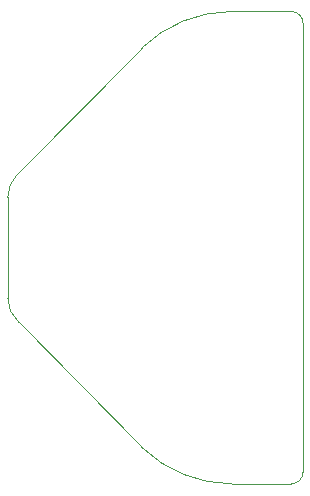
<source format=gbr>
%TF.GenerationSoftware,KiCad,Pcbnew,(5.1.9-0-10_14)*%
%TF.CreationDate,2021-02-28T11:16:04+01:00*%
%TF.ProjectId,PmodUsbUlpi,506d6f64-5573-4625-956c-70692e6b6963,1*%
%TF.SameCoordinates,Original*%
%TF.FileFunction,Profile,NP*%
%FSLAX46Y46*%
G04 Gerber Fmt 4.6, Leading zero omitted, Abs format (unit mm)*
G04 Created by KiCad (PCBNEW (5.1.9-0-10_14)) date 2021-02-28 11:16:04*
%MOMM*%
%LPD*%
G01*
G04 APERTURE LIST*
%TA.AperFunction,Profile*%
%ADD10C,0.050000*%
%TD*%
G04 APERTURE END LIST*
D10*
X148844959Y-116899389D02*
X138439112Y-106319586D01*
X148844959Y-116899389D02*
G75*
G03*
X156500000Y-120000000I7655041J7899389D01*
G01*
X138439112Y-106319586D02*
G75*
G02*
X137500000Y-104250000I1810888J2069586D01*
G01*
X148838771Y-83106612D02*
G75*
G02*
X156500000Y-80000000I7661229J-7893388D01*
G01*
X138305456Y-93805456D02*
X148838771Y-83106612D01*
X161500000Y-80000000D02*
X156500000Y-80000000D01*
X161500000Y-120000000D02*
X156500000Y-120000000D01*
X162500000Y-119000000D02*
G75*
G02*
X161500000Y-120000000I-1000000J0D01*
G01*
X161500000Y-80000000D02*
G75*
G02*
X162500000Y-81000000I0J-1000000D01*
G01*
X138305456Y-93805456D02*
G75*
G03*
X137500000Y-95750000I1944544J-1944544D01*
G01*
X162500000Y-119000000D02*
X162500000Y-81000000D01*
X137500000Y-95750000D02*
X137500000Y-104250000D01*
M02*

</source>
